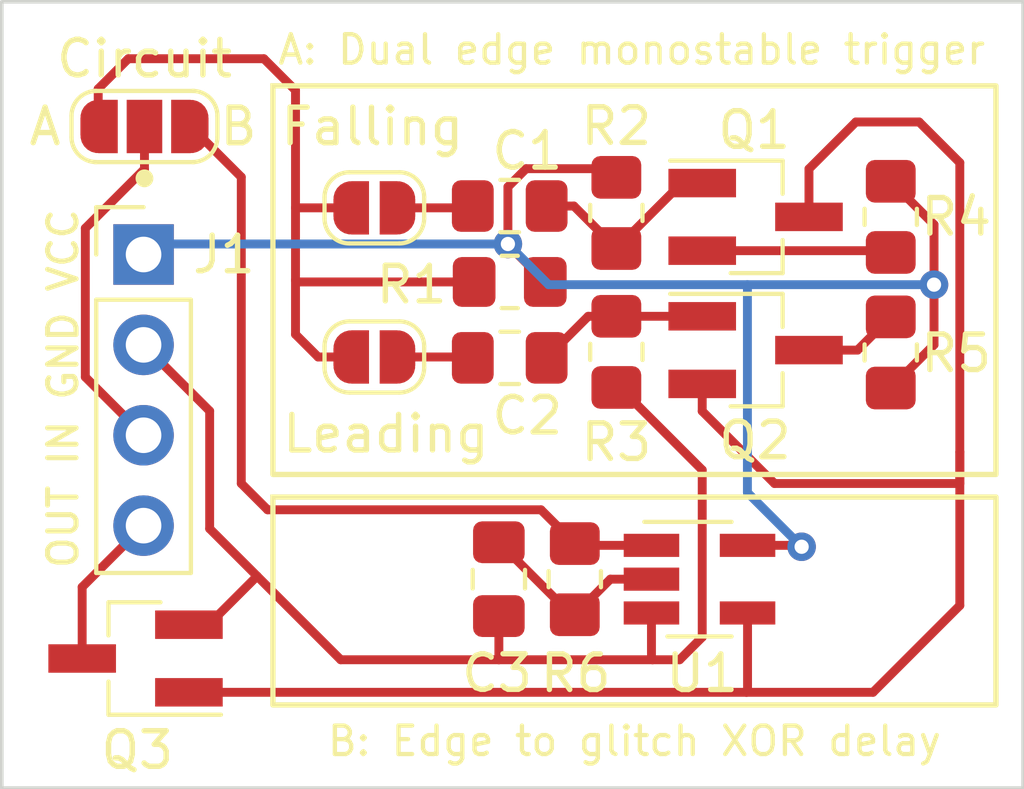
<source format=kicad_pcb>
(kicad_pcb (version 20211014) (generator pcbnew)
  (title_block (title "ESP8266 dual edge wake") (date "2023-01-29") (rev "1") (company "Nick Bolton"))
  (layers (0 "F.Cu" signal) (31 "B.Cu" signal) (34 "B.Paste" user) (35 "F.Paste" user) (36 "B.SilkS" user "B.Silkscreen") (37 "F.SilkS" user "F.Silkscreen") (38 "B.Mask" user) (39 "F.Mask" user) (44 "Edge.Cuts" user))
  (net 0 "")
  (net 1 "Net-(C1-Pad1)")
  (net 2 "Net-(C1-Pad2)")
  (net 3 "Net-(C2-Pad1)")
  (net 4 "Net-(C2-Pad2)")
  (net 5 "GND")
  (net 6 "Net-(C3-Pad2)")
  (net 7 "Net-(R4-Pad2)")
  (net 8 "Net-(R5-Pad2)")
  (net 9 "/Output")
  (net 10 "+3.3V")
  (net 11 "/A")
  (net 12 "/Input")
  (net 13 "/B")
  (net 14 "/C")
  (footprint "Resistor_SMD:R_0805_2012Metric_Pad1.20x1.40mm_HandSolder" (layer "F.Cu") (at 105.6258 55.9308 180)
    (fp_text reference "R1" (at 2.7582 -0.0762 180) (layer "F.SilkS"))
    (fp_text value "100k")
    (fp_line (start -0.227064 0.735) (end 0.227064 0.735) (layer "F.SilkS") (width 0.12))
    (fp_line (start -0.227064 -0.735) (end 0.227064 -0.735) (layer "F.SilkS") (width 0.12))
    (pad "1" smd roundrect (at -1 0 180) (size 1.2 1.4) (layers "F.Cu" "F.Paste" "F.Mask") (roundrect_rratio 0.2083333333) (net 10 "+3.3V"))
    (pad "2" smd roundrect (at 1 0 180) (size 1.2 1.4) (layers "F.Cu" "F.Paste" "F.Mask") (roundrect_rratio 0.2083333333) (net 11 "/A"))
  )
  (footprint "Package_TO_SOT_SMD:SOT-23_Handsoldering" (layer "F.Cu") (at 112.536 57.846)
    (fp_text reference "Q2" (at -0.015 2.54) (layer "F.SilkS"))
    (fp_text value "BC847")
    (fp_line (start 0.76 1.58) (end 0.76 0.65) (layer "F.SilkS") (width 0.12))
    (fp_line (start 0.76 -1.58) (end 0.76 -0.65) (layer "F.SilkS") (width 0.12))
    (fp_line (start 0.76 -1.58) (end -2.4 -1.58) (layer "F.SilkS") (width 0.12))
    (fp_line (start 0.76 1.58) (end -0.7 1.58) (layer "F.SilkS") (width 0.12))
    (pad "1" smd rect (at -1.5 -0.95) (size 1.9 0.8) (layers "F.Cu" "F.Paste" "F.Mask") (net 4 "Net-(C2-Pad2)"))
    (pad "2" smd rect (at -1.5 0.95) (size 1.9 0.8) (layers "F.Cu" "F.Paste" "F.Mask") (net 14 "/C"))
    (pad "3" smd rect (at 1.5 0) (size 1.9 0.8) (layers "F.Cu" "F.Paste" "F.Mask") (net 8 "Net-(R5-Pad2)"))
  )
  (footprint "Package_TO_SOT_SMD:SOT-23_Handsoldering" (layer "F.Cu") (at 112.536 54.102)
    (fp_text reference "Q1" (at -0.0404 -2.4384) (layer "F.SilkS"))
    (fp_text value "BC807")
    (fp_line (start 0.76 -1.58) (end -2.4 -1.58) (layer "F.SilkS") (width 0.12))
    (fp_line (start 0.76 1.58) (end -0.7 1.58) (layer "F.SilkS") (width 0.12))
    (fp_line (start 0.76 1.58) (end 0.76 0.65) (layer "F.SilkS") (width 0.12))
    (fp_line (start 0.76 -1.58) (end 0.76 -0.65) (layer "F.SilkS") (width 0.12))
    (pad "1" smd rect (at -1.5 -0.95) (size 1.9 0.8) (layers "F.Cu" "F.Paste" "F.Mask") (net 2 "Net-(C1-Pad2)"))
    (pad "2" smd rect (at -1.5 0.95) (size 1.9 0.8) (layers "F.Cu" "F.Paste" "F.Mask") (net 7 "Net-(R4-Pad2)"))
    (pad "3" smd rect (at 1.5 0) (size 1.9 0.8) (layers "F.Cu" "F.Paste" "F.Mask") (net 14 "/C"))
  )
  (footprint "Jumper:SolderJumper-2_P1.3mm_Open_RoundedPad1.0x1.5mm" (layer "F.Cu") (at 101.8216 58.039)
    (fp_text reference "J4" hide)
    (fp_text value "Leading" (at 0.3244 2.159) (layer "F.SilkS"))
    (fp_line (start -1.4 0.3) (end -1.4 -0.3) (layer "F.SilkS") (width 0.12))
    (fp_line (start 0.7 1) (end -0.7 1) (layer "F.SilkS") (width 0.12))
    (fp_line (start -0.7 -1) (end 0.7 -1) (layer "F.SilkS") (width 0.12))
    (fp_line (start 1.4 -0.3) (end 1.4 0.3) (layer "F.SilkS") (width 0.12))
    (fp_arc (start 0.7 -1) (mid 1.194975 -0.794975) (end 1.4 -0.3) (layer "F.SilkS") (width 0.12))
    (fp_arc (start 1.4 0.3) (mid 1.194975 0.794975) (end 0.7 1) (layer "F.SilkS") (width 0.12))
    (fp_arc (start -0.7 1) (mid -1.194975 0.794975) (end -1.4 0.3) (layer "F.SilkS") (width 0.12))
    (fp_arc (start -1.4 -0.3) (mid -1.194975 -0.794975) (end -0.7 -1) (layer "F.SilkS") (width 0.12))
    (pad "1" smd custom (at -0.65 0) (size 1 0.5) (layers "F.Cu" "F.Mask") (net 11 "/A") (options (clearance outline) (anchor rect)) (primitives (gr_circle (center 0 0.25) (end 0.5 0.25) (width 0) (fill yes)) (gr_circle (center 0 -0.25) (end 0.5 -0.25) (width 0) (fill yes)) (gr_poly (pts (xy 0.5 0.75) (xy 0 0.75) (xy 0 -0.75) (xy 0.5 -0.75)) (width 0) (fill yes))))
    (pad "2" smd custom (at 0.65 0) (size 1 0.5) (layers "F.Cu" "F.Mask") (net 3 "Net-(C2-Pad1)") (options (clearance outline) (anchor rect)) (primitives (gr_circle (center 0 0.25) (end 0.5 0.25) (width 0) (fill yes)) (gr_circle (center 0 -0.25) (end 0.5 -0.25) (width 0) (fill yes)) (gr_poly (pts (xy 0 0.75) (xy -0.5 0.75) (xy -0.5 -0.75) (xy 0 -0.75)) (width 0) (fill yes))))
  )
  (footprint "Package_TO_SOT_SMD:SOT-23-5_HandSoldering" (layer "F.Cu") (at 110.9598 64.2835)
    (fp_text reference "U1" (at 0.0762 2.6455) (layer "F.SilkS"))
    (fp_text value "SN74LVC1G86DBVR")
    (fp_line (start -0.9 1.61) (end 0.9 1.61) (layer "F.SilkS") (width 0.12))
    (fp_line (start 0.9 -1.61) (end -1.55 -1.61) (layer "F.SilkS") (width 0.12))
    (pad "1" smd rect (at -1.35 -0.95) (size 1.56 0.65) (layers "F.Cu" "F.Paste" "F.Mask") (net 13 "/B"))
    (pad "2" smd rect (at -1.35 0) (size 1.56 0.65) (layers "F.Cu" "F.Paste" "F.Mask") (net 6 "Net-(C3-Pad2)"))
    (pad "3" smd rect (at -1.35 0.95) (size 1.56 0.65) (layers "F.Cu" "F.Paste" "F.Mask") (net 5 "GND"))
    (pad "4" smd rect (at 1.35 0.95) (size 1.56 0.65) (layers "F.Cu" "F.Paste" "F.Mask") (net 14 "/C"))
    (pad "5" smd rect (at 1.35 -0.95) (size 1.56 0.65) (layers "F.Cu" "F.Paste" "F.Mask") (net 10 "+3.3V"))
  )
  (footprint "Capacitor_SMD:C_0805_2012Metric_Pad1.18x1.45mm_HandSolder" (layer "F.Cu") (at 105.6258 53.7972)
    (fp_text reference "C1" (at 0.493 -1.5494) (layer "F.SilkS"))
    (fp_text value "100nF")
    (fp_line (start -0.261252 0.735) (end 0.261252 0.735) (layer "F.SilkS") (width 0.12))
    (fp_line (start -0.261252 -0.735) (end 0.261252 -0.735) (layer "F.SilkS") (width 0.12))
    (pad "1" smd roundrect (at -1.0375 0) (size 1.175 1.45) (layers "F.Cu" "F.Paste" "F.Mask") (roundrect_rratio 0.2127659574) (net 1 "Net-(C1-Pad1)"))
    (pad "2" smd roundrect (at 1.0375 0) (size 1.175 1.45) (layers "F.Cu" "F.Paste" "F.Mask") (roundrect_rratio 0.2127659574) (net 2 "Net-(C1-Pad2)"))
  )
  (footprint "Resistor_SMD:R_0805_2012Metric_Pad1.20x1.40mm_HandSolder" (layer "F.Cu") (at 116.3342 54.102 -90)
    (fp_text reference "R4" (at 0 -1.8392) (layer "F.SilkS"))
    (fp_text value "1k")
    (fp_line (start -0.227064 0.735) (end 0.227064 0.735) (layer "F.SilkS") (width 0.12))
    (fp_line (start -0.227064 -0.735) (end 0.227064 -0.735) (layer "F.SilkS") (width 0.12))
    (pad "1" smd roundrect (at -1 0 270) (size 1.2 1.4) (layers "F.Cu" "F.Paste" "F.Mask") (roundrect_rratio 0.2083333333) (net 10 "+3.3V"))
    (pad "2" smd roundrect (at 1 0 270) (size 1.2 1.4) (layers "F.Cu" "F.Paste" "F.Mask") (roundrect_rratio 0.2083333333) (net 7 "Net-(R4-Pad2)"))
  )
  (footprint "Resistor_SMD:R_0805_2012Metric_Pad1.20x1.40mm_HandSolder" (layer "F.Cu") (at 116.3342 57.912 90)
    (fp_text reference "R5" (at -0.0254 1.8392 180) (layer "F.SilkS"))
    (fp_text value "1k")
    (fp_line (start -0.227064 -0.735) (end 0.227064 -0.735) (layer "F.SilkS") (width 0.12))
    (fp_line (start -0.227064 0.735) (end 0.227064 0.735) (layer "F.SilkS") (width 0.12))
    (pad "1" smd roundrect (at -1 0 90) (size 1.2 1.4) (layers "F.Cu" "F.Paste" "F.Mask") (roundrect_rratio 0.2083333333) (net 10 "+3.3V"))
    (pad "2" smd roundrect (at 1 0 90) (size 1.2 1.4) (layers "F.Cu" "F.Paste" "F.Mask") (roundrect_rratio 0.2083333333) (net 8 "Net-(R5-Pad2)"))
  )
  (footprint "Jumper:SolderJumper-3_P1.3mm_Open_RoundedPad1.0x1.5mm" (layer "F.Cu") (at 95.361 51.562)
    (fp_text reference "J2" hide)
    (fp_text value "Circuit" (at 0 -1.905) (layer "F.SilkS"))
    (fp_line (start 1.4 1) (end -1.4 1) (layer "F.SilkS") (width 0.12))
    (fp_line (start -1.4 -1) (end 1.4 -1) (layer "F.SilkS") (width 0.12))
    (fp_line (start 2.05 -0.3) (end 2.05 0.3) (layer "F.SilkS") (width 0.12))
    (fp_line (start -2.05 0.3) (end -2.05 -0.3) (layer "F.SilkS") (width 0.12))
    (fp_arc (start -1.35 1) (mid -1.844975 0.794975) (end -2.05 0.3) (layer "F.SilkS") (width 0.12))
    (fp_arc (start 1.35 -1) (mid 1.844975 -0.794975) (end 2.05 -0.3) (layer "F.SilkS") (width 0.12))
    (fp_arc (start 2.05 0.3) (mid 1.844975 0.794975) (end 1.35 1) (layer "F.SilkS") (width 0.12))
    (fp_arc (start -2.05 -0.3) (mid -1.844975 -0.794975) (end -1.35 -1) (layer "F.SilkS") (width 0.12))
    (pad "1" smd custom (at -1.3 0) (size 1 0.5) (layers "F.Cu" "F.Mask") (net 11 "/A") (options (clearance outline) (anchor rect)) (primitives (gr_circle (center 0 0.25) (end 0.5 0.25) (width 0) (fill yes)) (gr_circle (center 0 -0.25) (end 0.5 -0.25) (width 0) (fill yes)) (gr_poly (pts (xy 0.55 0.75) (xy 0 0.75) (xy 0 -0.75) (xy 0.55 -0.75)) (width 0) (fill yes))))
    (pad "2" smd rect (at 0 0) (size 1 1.5) (layers "F.Cu" "F.Mask") (net 12 "/Input"))
    (pad "3" smd custom (at 1.3 0) (size 1 0.5) (layers "F.Cu" "F.Mask") (net 13 "/B") (options (clearance outline) (anchor rect)) (primitives (gr_circle (center 0 0.25) (end 0.5 0.25) (width 0) (fill yes)) (gr_circle (center 0 -0.25) (end 0.5 -0.25) (width 0) (fill yes)) (gr_poly (pts (xy 0 0.75) (xy -0.55 0.75) (xy -0.55 -0.75) (xy 0 -0.75)) (width 0) (fill yes))))
  )
  (footprint "Connector_PinHeader_2.54mm:PinHeader_1x04_P2.54mm_Vertical" (layer "F.Cu") (at 95.3356 55.1594)
    (fp_text reference "J1" (at 2.2606 0) (layer "F.SilkS"))
    (fp_text value "Conn_01x04_Male")
    (fp_line (start -1.33 1.27) (end 1.33 1.27) (layer "F.SilkS") (width 0.12))
    (fp_line (start -1.33 0) (end -1.33 -1.33) (layer "F.SilkS") (width 0.12))
    (fp_line (start 1.33 1.27) (end 1.33 8.95) (layer "F.SilkS") (width 0.12))
    (fp_line (start -1.33 8.95) (end 1.33 8.95) (layer "F.SilkS") (width 0.12))
    (fp_line (start -1.33 -1.33) (end 0 -1.33) (layer "F.SilkS") (width 0.12))
    (fp_line (start -1.33 1.27) (end -1.33 8.95) (layer "F.SilkS") (width 0.12))
    (pad "1" thru_hole rect (at 0 0) (size 1.7 1.7) (drill 1) (layers *.Cu *.Mask) (net 10 "+3.3V"))
    (pad "2" thru_hole oval (at 0 2.54) (size 1.7 1.7) (drill 1) (layers *.Cu *.Mask) (net 5 "GND"))
    (pad "3" thru_hole oval (at 0 5.08) (size 1.7 1.7) (drill 1) (layers *.Cu *.Mask) (net 12 "/Input"))
    (pad "4" thru_hole oval (at 0 7.62) (size 1.7 1.7) (drill 1) (layers *.Cu *.Mask) (net 9 "/Output"))
  )
  (footprint "Resistor_SMD:R_0805_2012Metric_Pad1.20x1.40mm_HandSolder" (layer "F.Cu") (at 108.623 57.896 90)
    (fp_text reference "R3" (at -2.54 0 180) (layer "F.SilkS"))
    (fp_text value "500k")
    (fp_line (start -0.227064 0.735) (end 0.227064 0.735) (layer "F.SilkS") (width 0.12))
    (fp_line (start -0.227064 -0.735) (end 0.227064 -0.735) (layer "F.SilkS") (width 0.12))
    (pad "1" smd roundrect (at -1 0 90) (size 1.2 1.4) (layers "F.Cu" "F.Paste" "F.Mask") (roundrect_rratio 0.2083333333) (net 5 "GND"))
    (pad "2" smd roundrect (at 1 0 90) (size 1.2 1.4) (layers "F.Cu" "F.Paste" "F.Mask") (roundrect_rratio 0.2083333333) (net 4 "Net-(C2-Pad2)"))
  )
  (footprint "Capacitor_SMD:C_0805_2012Metric_Pad1.18x1.45mm_HandSolder" (layer "F.Cu") (at 105.6258 58.0644)
    (fp_text reference "C2" (at 0.493 1.6256) (layer "F.SilkS"))
    (fp_text value "100nF")
    (fp_line (start -0.261252 -0.735) (end 0.261252 -0.735) (layer "F.SilkS") (width 0.12))
    (fp_line (start -0.261252 0.735) (end 0.261252 0.735) (layer "F.SilkS") (width 0.12))
    (pad "1" smd roundrect (at -1.0375 0) (size 1.175 1.45) (layers "F.Cu" "F.Paste" "F.Mask") (roundrect_rratio 0.2127659574) (net 3 "Net-(C2-Pad1)"))
    (pad "2" smd roundrect (at 1.0375 0) (size 1.175 1.45) (layers "F.Cu" "F.Paste" "F.Mask") (roundrect_rratio 0.2127659574) (net 4 "Net-(C2-Pad2)"))
  )
  (footprint "Capacitor_SMD:C_0805_2012Metric_Pad1.18x1.45mm_HandSolder" (layer "F.Cu") (at 105.321 64.2835 90)
    (fp_text reference "C3" (at -2.6416 -0.0508 180) (layer "F.SilkS"))
    (fp_text value "100nF")
    (fp_line (start -0.261252 0.735) (end 0.261252 0.735) (layer "F.SilkS") (width 0.12))
    (fp_line (start -0.261252 -0.735) (end 0.261252 -0.735) (layer "F.SilkS") (width 0.12))
    (pad "1" smd roundrect (at -1.0375 0 90) (size 1.175 1.45) (layers "F.Cu" "F.Paste" "F.Mask") (roundrect_rratio 0.2127659574) (net 5 "GND"))
    (pad "2" smd roundrect (at 1.0375 0 90) (size 1.175 1.45) (layers "F.Cu" "F.Paste" "F.Mask") (roundrect_rratio 0.2127659574) (net 6 "Net-(C3-Pad2)"))
  )
  (footprint "Resistor_SMD:R_0805_2012Metric_Pad1.20x1.40mm_HandSolder" (layer "F.Cu") (at 108.623 53.991 -90)
    (fp_text reference "R2" (at -2.4384 0) (layer "F.SilkS"))
    (fp_text value "500k")
    (fp_line (start -0.227064 -0.735) (end 0.227064 -0.735) (layer "F.SilkS") (width 0.12))
    (fp_line (start -0.227064 0.735) (end 0.227064 0.735) (layer "F.SilkS") (width 0.12))
    (pad "1" smd roundrect (at -1 0 270) (size 1.2 1.4) (layers "F.Cu" "F.Paste" "F.Mask") (roundrect_rratio 0.2083333333) (net 10 "+3.3V"))
    (pad "2" smd roundrect (at 1 0 270) (size 1.2 1.4) (layers "F.Cu" "F.Paste" "F.Mask") (roundrect_rratio 0.2083333333) (net 2 "Net-(C1-Pad2)"))
  )
  (footprint "Package_TO_SOT_SMD:SOT-23_Handsoldering" (layer "F.Cu") (at 95.1102 66.5132 180)
    (fp_text reference "Q3" (at -0.0508 -2.5748) (layer "F.SilkS"))
    (fp_text value "BC847")
    (fp_line (start 0.76 1.58) (end -0.7 1.58) (layer "F.SilkS") (width 0.12))
    (fp_line (start 0.76 1.58) (end 0.76 0.65) (layer "F.SilkS") (width 0.12))
    (fp_line (start 0.76 -1.58) (end 0.76 -0.65) (layer "F.SilkS") (width 0.12))
    (fp_line (start 0.76 -1.58) (end -2.4 -1.58) (layer "F.SilkS") (width 0.12))
    (pad "1" smd rect (at -1.5 -0.95 180) (size 1.9 0.8) (layers "F.Cu" "F.Paste" "F.Mask") (net 14 "/C"))
    (pad "2" smd rect (at -1.5 0.95 180) (size 1.9 0.8) (layers "F.Cu" "F.Paste" "F.Mask") (net 5 "GND"))
    (pad "3" smd rect (at 1.5 0 180) (size 1.9 0.8) (layers "F.Cu" "F.Paste" "F.Mask") (net 9 "/Output"))
  )
  (footprint "Jumper:SolderJumper-2_P1.3mm_Open_RoundedPad1.0x1.5mm" (layer "F.Cu") (at 101.8216 53.848)
    (fp_text reference "J3" hide)
    (fp_text value "Falling" (at -0.0566 -2.286) (layer "F.SilkS"))
    (fp_line (start 0.7 1) (end -0.7 1) (layer "F.SilkS") (width 0.12))
    (fp_line (start -0.7 -1) (end 0.7 -1) (layer "F.SilkS") (width 0.12))
    (fp_line (start -1.4 0.3) (end -1.4 -0.3) (layer "F.SilkS") (width 0.12))
    (fp_line (start 1.4 -0.3) (end 1.4 0.3) (layer "F.SilkS") (width 0.12))
    (fp_arc (start 0.7 -1) (mid 1.194975 -0.794975) (end 1.4 -0.3) (layer "F.SilkS") (width 0.12))
    (fp_arc (start -1.4 -0.3) (mid -1.194975 -0.794975) (end -0.7 -1) (layer "F.SilkS") (width 0.12))
    (fp_arc (start 1.4 0.3) (mid 1.194975 0.794975) (end 0.7 1) (layer "F.SilkS") (width 0.12))
    (fp_arc (start -0.7 1) (mid -1.194975 0.794975) (end -1.4 0.3) (layer "F.SilkS") (width 0.12))
    (pad "1" smd custom (at -0.65 0) (size 1 0.5) (layers "F.Cu" "F.Mask") (net 11 "/A") (options (clearance outline) (anchor rect)) (primitives (gr_circle (center 0 0.25) (end 0.5 0.25) (width 0) (fill yes)) (gr_circle (center 0 -0.25) (end 0.5 -0.25) (width 0) (fill yes)) (gr_poly (pts (xy 0.5 0.75) (xy 0 0.75) (xy 0 -0.75) (xy 0.5 -0.75)) (width 0) (fill yes))))
    (pad "2" smd custom (at 0.65 0) (size 1 0.5) (layers "F.Cu" "F.Mask") (net 1 "Net-(C1-Pad1)") (options (clearance outline) (anchor rect)) (primitives (gr_circle (center 0 0.25) (end 0.5 0.25) (width 0) (fill yes)) (gr_circle (center 0 -0.25) (end 0.5 -0.25) (width 0) (fill yes)) (gr_poly (pts (xy 0 0.75) (xy -0.5 0.75) (xy -0.5 -0.75) (xy 0 -0.75)) (width 0) (fill yes))))
  )
  (footprint "Resistor_SMD:R_0805_2012Metric_Pad1.20x1.40mm_HandSolder" (layer "F.Cu") (at 107.4546 64.2835 90)
    (fp_text reference "R6" (at -2.6455 0.0254) (layer "F.SilkS"))
    (fp_text value "1M")
    (fp_line (start -0.227064 -0.735) (end 0.227064 -0.735) (layer "F.SilkS") (width 0.12))
    (fp_line (start -0.227064 0.735) (end 0.227064 0.735) (layer "F.SilkS") (width 0.12))
    (pad "1" smd roundrect (at -1 0 90) (size 1.2 1.4) (layers "F.Cu" "F.Paste" "F.Mask") (roundrect_rratio 0.2083333333) (net 6 "Net-(C3-Pad2)"))
    (pad "2" smd roundrect (at 1 0 90) (size 1.2 1.4) (layers "F.Cu" "F.Paste" "F.Mask") (roundrect_rratio 0.2083333333) (net 13 "/B"))
  )
  (gr_circle (center 95.361 53.0192) (end 95.561 53.0192) (layer "F.SilkS") (width 0.1) (fill solid))
  (gr_rect (start 98.971 61.976) (end 119.291 67.818) (layer "F.SilkS") (width 0.15) (fill none))
  (gr_rect (start 119.291 50.419) (end 98.971 61.341) (layer "F.SilkS") (width 0.15) (fill none))
  (gr_rect (start 120.053 70.1548) (end 91.351 48.0568) (layer "Edge.Cuts") (width 0.1) (fill none))
  (gr_text "B: Edge to glitch XOR delay" (at 109.131 68.834) (layer "F.SilkS") (effects (font (size 0.8 0.8) (thickness 0.12))))
  (gr_text "A: Dual edge monostable trigger" (at 109.0548 49.403) (layer "F.SilkS") (effects (font (size 0.8 0.8) (thickness 0.12))))
  (gr_text "OUT IN GND VCC" (at 93.075 58.928 90) (layer "F.SilkS") (effects (font (size 0.8 0.8) (thickness 0.14))))
  (gr_text "A" (at 92.567 51.562) (layer "F.SilkS") (effects (font (size 1 1))))
  (gr_text "B" (at 98.0026 51.562) (layer "F.SilkS") (effects (font (size 1 1))))
  (segment (start 102.4716 53.848) (end 104.5375 53.848) (width 0.25) (layer "F.Cu") (net 1))
  (segment (start 107.4292 53.7972) (end 108.623 54.991) (width 0.25) (layer "F.Cu") (net 2))
  (segment (start 106.6633 53.7972) (end 107.4292 53.7972) (width 0.25) (layer "F.Cu") (net 2))
  (segment (start 108.623 54.991) (end 110.462 53.152) (width 0.25) (layer "F.Cu") (net 2))
  (segment (start 102.4716 58.039) (end 104.5629 58.039) (width 0.25) (layer "F.Cu") (net 3))
  (segment (start 108.623 56.896) (end 107.8317 56.896) (width 0.25) (layer "F.Cu") (net 4))
  (segment (start 111.036 56.896) (end 108.623 56.896) (width 0.25) (layer "F.Cu") (net 4))
  (segment (start 107.8317 56.896) (end 106.6633 58.0644) (width 0.25) (layer "F.Cu") (net 4))
  (segment (start 98.5265 64.1985) (end 97.193 62.865) (width 0.25) (layer "F.Cu") (net 5))
  (segment (start 105.321 65.321) (end 105.321 66.548) (width 0.25) (layer "F.Cu") (net 5))
  (segment (start 100.876 66.548) (end 98.5265 64.1985) (width 0.25) (layer "F.Cu") (net 5))
  (segment (start 110.401 66.548) (end 111.036 65.913) (width 0.25) (layer "F.Cu") (net 5))
  (segment (start 105.321 66.548) (end 100.876 66.548) (width 0.25) (layer "F.Cu") (net 5))
  (segment (start 111.036 65.913) (end 111.036 61.214) (width 0.25) (layer "F.Cu") (net 5))
  (segment (start 109.6098 65.2335) (end 109.6098 66.5188) (width 0.25) (layer "F.Cu") (net 5))
  (segment (start 97.193 59.5568) (end 95.3356 57.6994) (width 0.25) (layer "F.Cu") (net 5))
  (segment (start 111.036 61.214) (end 108.718 58.896) (width 0.25) (layer "F.Cu") (net 5))
  (segment (start 97.193 62.865) (end 97.193 59.5568) (width 0.25) (layer "F.Cu") (net 5))
  (segment (start 97.1618 65.5632) (end 98.5265 64.1985) (width 0.25) (layer "F.Cu") (net 5))
  (segment (start 109.6098 66.5188) (end 109.639 66.548) (width 0.25) (layer "F.Cu") (net 5))
  (segment (start 109.639 66.548) (end 110.401 66.548) (width 0.25) (layer "F.Cu") (net 5))
  (segment (start 105.321 66.548) (end 109.639 66.548) (width 0.25) (layer "F.Cu") (net 5))
  (segment (start 109.6098 64.2835) (end 108.4546 64.2835) (width 0.25) (layer "F.Cu") (net 6))
  (segment (start 105.321 63.246) (end 107.3585 65.2835) (width 0.25) (layer "F.Cu") (net 6))
  (segment (start 108.4546 64.2835) (end 107.4546 65.2835) (width 0.25) (layer "F.Cu") (net 6))
  (segment (start 116.2842 55.052) (end 111.036 55.052) (width 0.25) (layer "F.Cu") (net 7))
  (segment (start 114.036 57.846) (end 115.4002 57.846) (width 0.25) (layer "F.Cu") (net 8))
  (segment (start 115.4002 57.846) (end 116.3342 56.912) (width 0.25) (layer "F.Cu") (net 8))
  (segment (start 95.3356 62.7794) (end 93.6102 64.5048) (width 0.25) (layer "F.Cu") (net 9))
  (segment (start 93.6102 64.5048) (end 93.6102 66.5132) (width 0.25) (layer "F.Cu") (net 9))
  (segment (start 117.5505 54.3183) (end 116.3342 53.102) (width 0.25) (layer "F.Cu") (net 10))
  (segment (start 117.5505 56.007) (end 117.5505 54.3183) (width 0.25) (layer "F.Cu") (net 10))
  (segment (start 105.575 54.88) (end 106.6258 55.9308) (width 0.25) (layer "F.Cu") (net 10))
  (segment (start 117.5505 56.007) (end 117.5505 57.6957) (width 0.25) (layer "F.Cu") (net 10))
  (segment (start 113.83 63.373) (end 113.7905 63.3335) (width 0.25) (layer "F.Cu") (net 10))
  (segment (start 105.575 54.864) (end 105.575 54.88) (width 0.25) (layer "F.Cu") (net 10))
  (segment (start 106.087627 52.7472) (end 108.3792 52.7472) (width 0.25) (layer "F.Cu") (net 10))
  (segment (start 105.575 54.864) (end 105.575 53.259827) (width 0.25) (layer "F.Cu") (net 10))
  (segment (start 117.5505 57.6957) (end 116.3342 58.912) (width 0.25) (layer "F.Cu") (net 10))
  (segment (start 105.575 53.259827) (end 106.087627 52.7472) (width 0.25) (layer "F.Cu") (net 10))
  (segment (start 113.7905 63.3335) (end 112.3098 63.3335) (width 0.25) (layer "F.Cu") (net 10))
  (via (at 117.5505 56.007) (size 0.8) (drill 0.4) (layers "F.Cu" "B.Cu") (net 10))
  (via (at 113.83 63.373) (size 0.8) (drill 0.4) (layers "F.Cu" "B.Cu") (net 10))
  (via (at 105.575 54.864) (size 0.8) (drill 0.4) (layers "F.Cu" "B.Cu") (net 10))
  (segment (start 113.83 63.373) (end 112.306 61.849) (width 0.25) (layer "B.Cu") (net 10))
  (segment (start 95.631 54.864) (end 105.575 54.864) (width 0.25) (layer "B.Cu") (net 10))
  (segment (start 105.575 54.864) (end 106.718 56.007) (width 0.25) (layer "B.Cu") (net 10))
  (segment (start 106.718 56.007) (end 117.5505 56.007) (width 0.25) (layer "B.Cu") (net 10))
  (segment (start 112.306 61.849) (end 112.306 56.007) (width 0.25) (layer "B.Cu") (net 10))
  (segment (start 94.061 51.562) (end 94.061 50.503) (width 0.25) (layer "F.Cu") (net 11))
  (segment (start 99.606 50.546) (end 99.606 53.848) (width 0.25) (layer "F.Cu") (net 11))
  (segment (start 94.907 49.657) (end 98.717 49.657) (width 0.25) (layer "F.Cu") (net 11))
  (segment (start 101.1716 53.848) (end 99.606 53.848) (width 0.25) (layer "F.Cu") (net 11))
  (segment (start 99.606 55.88) (end 99.606 57.404) (width 0.25) (layer "F.Cu") (net 11))
  (segment (start 99.606 57.404) (end 100.241 58.039) (width 0.25) (layer "F.Cu") (net 11))
  (segment (start 94.061 50.503) (end 94.907 49.657) (width 0.25) (layer "F.Cu") (net 11))
  (segment (start 98.717 49.657) (end 99.606 50.546) (width 0.25) (layer "F.Cu") (net 11))
  (segment (start 99.606 53.848) (end 99.606 55.88) (width 0.25) (layer "F.Cu") (net 11))
  (segment (start 100.241 58.039) (end 101.1716 58.039) (width 0.25) (layer "F.Cu") (net 11))
  (segment (start 99.6568 55.9308) (end 104.6258 55.9308) (width 0.25) (layer "F.Cu") (net 11))
  (segment (start 99.606 55.88) (end 99.6568 55.9308) (width 0.25) (layer "F.Cu") (net 11))
  (segment (start 93.699157 54.420843) (end 95.361 52.759) (width 0.25) (layer "F.Cu") (net 12))
  (segment (start 95.361 52.759) (end 95.361 51.562) (width 0.25) (layer "F.Cu") (net 12))
  (segment (start 95.3356 60.2394) (end 93.699157 58.602957) (width 0.25) (layer "F.Cu") (net 12))
  (segment (start 93.699157 58.602957) (end 93.699157 54.420843) (width 0.25) (layer "F.Cu") (net 12))
  (segment (start 98.8205 62.3335) (end 98.082 61.595) (width 0.25) (layer "F.Cu") (net 13))
  (segment (start 98.082 61.595) (end 98.082 52.983) (width 0.25) (layer "F.Cu") (net 13))
  (segment (start 109.6098 63.3335) (end 107.5046 63.3335) (width 0.25) (layer "F.Cu") (net 13))
  (segment (start 106.5046 62.3335) (end 98.8205 62.3335) (width 0.25) (layer "F.Cu") (net 13))
  (segment (start 98.082 52.983) (end 96.661 51.562) (width 0.25) (layer "F.Cu") (net 13))
  (segment (start 107.4546 63.2835) (end 106.5046 62.3335) (width 0.25) (layer "F.Cu") (net 13))
  (segment (start 118.275 60.706) (end 118.275 65.024) (width 0.25) (layer "F.Cu") (net 14))
  (segment (start 113.068 61.595) (end 118.275 61.595) (width 0.25) (layer "F.Cu") (net 14))
  (segment (start 118.275 61.595) (end 118.275 60.706) (width 0.25) (layer "F.Cu") (net 14))
  (segment (start 115.8358 67.4632) (end 112.2798 67.4632) (width 0.25) (layer "F.Cu") (net 14))
  (segment (start 114.036 54.102) (end 114.036 52.753) (width 0.25) (layer "F.Cu") (net 14))
  (segment (start 117.132 51.435) (end 118.275 52.578) (width 0.25) (layer "F.Cu") (net 14))
  (segment (start 114.036 52.753) (end 115.354 51.435) (width 0.25) (layer "F.Cu") (net 14))
  (segment (start 111.036 58.796) (end 111.036 59.563) (width 0.25) (layer "F.Cu") (net 14))
  (segment (start 111.036 59.563) (end 113.068 61.595) (width 0.25) (layer "F.Cu") (net 14))
  (segment (start 112.3098 65.2335) (end 112.3098 67.4332) (width 0.25) (layer "F.Cu") (net 14))
  (segment (start 112.3098 67.4332) (end 112.2798 67.4632) (width 0.25) (layer "F.Cu") (net 14))
  (segment (start 118.275 65.024) (end 115.8358 67.4632) (width 0.25) (layer "F.Cu") (net 14))
  (segment (start 115.354 51.435) (end 117.132 51.435) (width 0.25) (layer "F.Cu") (net 14))
  (segment (start 112.2798 67.4632) (end 96.6102 67.4632) (width 0.25) (layer "F.Cu") (net 14))
  (segment (start 118.275 52.578) (end 118.275 60.706) (width 0.25) (layer "F.Cu") (net 14))
)
</source>
